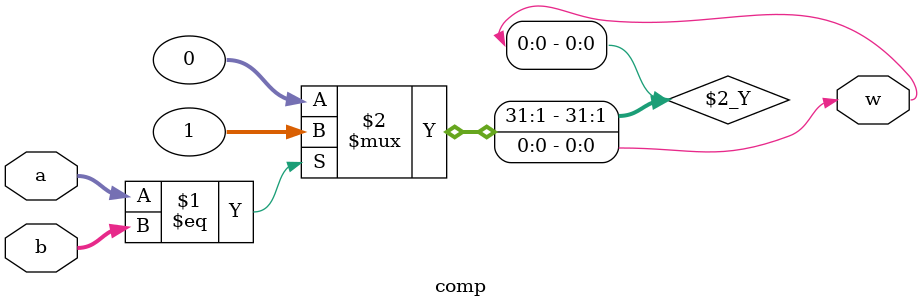
<source format=v>
module comp (a,b,w);
  input [31:0] a,b;
  output w;
  assign w=(a==b) ? 1 :0;
endmodule


</source>
